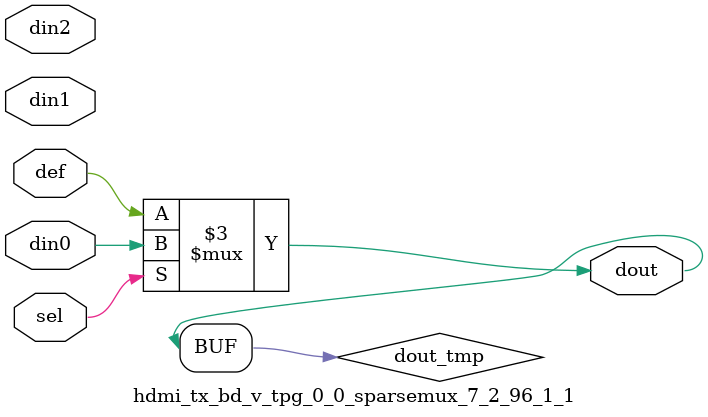
<source format=v>
`timescale 1ns / 1ps

(* DowngradeIPIdentifiedWarnings="yes" *) module hdmi_tx_bd_v_tpg_0_0_sparsemux_7_2_96_1_1 (din0,din1,din2,def,sel,dout);

parameter din0_WIDTH = 1;

parameter din1_WIDTH = 1;

parameter din2_WIDTH = 1;

parameter def_WIDTH = 1;
parameter sel_WIDTH = 1;
parameter dout_WIDTH = 1;

parameter [sel_WIDTH-1:0] CASE0 = 1;

parameter [sel_WIDTH-1:0] CASE1 = 1;

parameter [sel_WIDTH-1:0] CASE2 = 1;

parameter ID = 1;
parameter NUM_STAGE = 1;



input [din0_WIDTH-1:0] din0;

input [din1_WIDTH-1:0] din1;

input [din2_WIDTH-1:0] din2;

input [def_WIDTH-1:0] def;
input [sel_WIDTH-1:0] sel;

output [dout_WIDTH-1:0] dout;



reg [dout_WIDTH-1:0] dout_tmp;


always @ (*) begin
(* parallel_case *) case (sel)
    
    CASE0 : dout_tmp = din0;
    
    CASE1 : dout_tmp = din1;
    
    CASE2 : dout_tmp = din2;
    
    default : dout_tmp = def;
endcase
end


assign dout = dout_tmp;



endmodule

</source>
